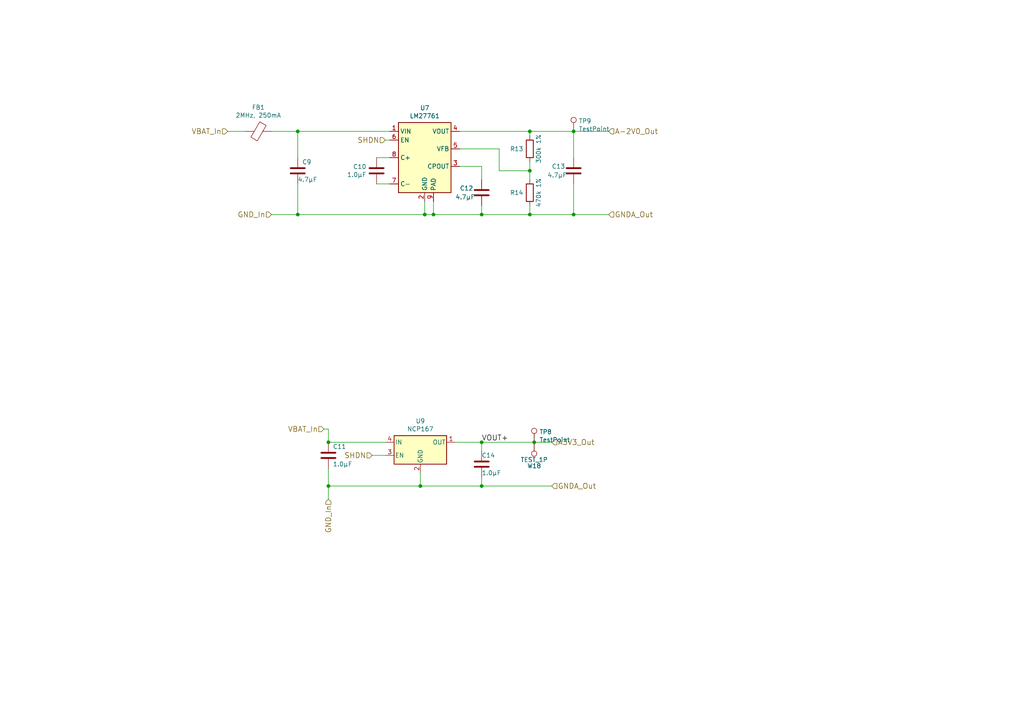
<source format=kicad_sch>
(kicad_sch (version 20231120) (generator "eeschema") (generator_version "8.0")
  (paper "A4")
  (lib_symbols
    (symbol "Connector:TestPoint" (pin_numbers hide) (pin_names (offset 0.762) hide)
      (property "Reference" "TP" (at 0 6.858 0))
      (property "Value" "TestPoint" (at 0 5.08 0))
      (symbol "TestPoint_0_1"
        (circle (center 0 3.302) (radius 0.762))
      )
      (symbol "TestPoint_1_1"
        (pin passive line (at 0 0 90) (length 2.54) (name "1") (number "1"))
      )
    )
    (symbol "Device:C" (pin_numbers hide) (pin_names (offset 0.254))
      (property "Reference" "C" (at 0.635 2.54 0))
      (property "Value" "C" (at 0.635 -2.54 0))
      (symbol "C_0_1"
        (polyline (pts (xy -2.032 -0.762) (xy 2.032 -0.762)) (stroke (width 0.508)))
        (polyline (pts (xy -2.032 0.762) (xy 2.032 0.762)) (stroke (width 0.508)))
      )
      (symbol "C_1_1"
        (pin passive line (at 0 3.81 270) (length 2.794) (name "~") (number "1"))
        (pin passive line (at 0 -3.81 90) (length 2.794) (name "~") (number "2"))
      )
    )
    (symbol "Device:R" (pin_numbers hide) (pin_names (offset 0))
      (property "Reference" "R" (at 2.032 0 90))
      (property "Value" "R" (at 0 0 90))
      (symbol "R_0_1"
        (rectangle (start -1.016 -2.54) (end 1.016 2.54) (stroke (width 0.254)))
      )
      (symbol "R_1_1"
        (pin passive line (at 0 3.81 270) (length 1.27) (name "~") (number "1"))
        (pin passive line (at 0 -3.81 90) (length 1.27) (name "~") (number "2"))
      )
    )
    (symbol "RadIIS_Mainboard-rescue:Ferrite_Bead-Device" (pin_numbers hide) (pin_names (offset 0))
      (property "Reference" "FB" (at -3.81 0.635 90))
      (property "Value" "Ferrite_Bead-Device" (at 3.81 0 90))
      (symbol "Ferrite_Bead-Device_0_1"
        (polyline (pts (xy 0 -1.27) (xy 0 -1.2192)))
        (polyline (pts (xy 0 1.27) (xy 0 1.2954)))
        (polyline (pts (xy -2.7686 0.4064) (xy -1.7018 2.2606) (xy 2.7686 -0.3048) (xy 1.6764 -2.159) (xy -2.7686 0.4064)))
      )
      (symbol "Ferrite_Bead-Device_1_1"
        (pin passive line (at 0 3.81 270) (length 2.54) (name "~") (number "1"))
        (pin passive line (at 0 -3.81 90) (length 2.54) (name "~") (number "2"))
      )
    )
    (symbol "RadIIS_Mainboard:NCP167" (pin_names (offset 0.254))
      (property "Reference" "U" (at -6.35 5.715 0))
      (property "Value" "NCP167" (at 0 5.715 0))
      (symbol "NCP167_0_1"
        (rectangle (start -7.62 -3.81) (end 7.62 4.445) (stroke (width 0.254)) (fill (type background)))
      )
      (symbol "NCP167_1_1"
        (pin power_out line (at 10.16 2.54 180) (length 2.54) (name "OUT") (number "1"))
        (pin power_in line (at 0 -6.35 90) (length 2.54) (name "GND") (number "2"))
        (pin input line (at -10.16 -1.27 0) (length 2.54) (name "EN") (number "3"))
        (pin power_in line (at -10.16 2.54 0) (length 2.54) (name "IN") (number "4"))
        (pin power_in line (at 0 -6.35 90) (length 2.54) hide (name "GND") (number "EPAD"))
      )
    )
    (symbol "Regulator_SwitchedCapacitor:LM27761"
      (property "Reference" "U" (at -6.35 11.43 0))
      (property "Value" "LM27761" (at 3.302 11.43 0))
      (symbol "LM27761_0_1"
        (rectangle (start -7.62 10.16) (end 7.62 -10.16) (stroke (width 0.254)) (fill (type background)))
      )
      (symbol "LM27761_1_1"
        (pin power_in line (at -10.16 7.62 0) (length 2.54) (name "VIN") (number "1"))
        (pin power_in line (at 0 -12.7 90) (length 2.54) (name "GND") (number "2"))
        (pin power_out line (at 10.16 -2.54 180) (length 2.54) (name "CPOUT") (number "3"))
        (pin power_out line (at 10.16 7.62 180) (length 2.54) (name "VOUT") (number "4"))
        (pin input line (at 10.16 2.54 180) (length 2.54) (name "VFB") (number "5"))
        (pin input line (at -10.16 5.08 0) (length 2.54) (name "EN") (number "6"))
        (pin passive line (at -10.16 -7.62 0) (length 2.54) (name "C-") (number "7"))
        (pin passive line (at -10.16 0 0) (length 2.54) (name "C+") (number "8"))
        (pin power_in line (at 2.54 -12.7 90) (length 2.54) (name "PAD") (number "9"))
      )
    )
  )
  (junction (at 166.37 38.1))
  (junction (at 125.73 62.23))
  (junction (at 153.67 38.1))
  (junction (at 154.94 128.27))
  (junction (at 121.92 140.97))
  (junction (at 95.25 140.97))
  (junction (at 86.36 62.23))
  (junction (at 139.7 140.97))
  (junction (at 153.67 49.53))
  (junction (at 153.67 62.23))
  (junction (at 95.25 128.27))
  (junction (at 123.19 62.23))
  (junction (at 166.37 62.23))
  (junction (at 139.7 128.27))
  (junction (at 86.36 38.1))
  (junction (at 139.7 62.23))
  (wire (pts (xy 86.36 45.72) (xy 86.36 38.1)))
  (wire (pts (xy 133.35 48.26) (xy 139.7 48.26)))
  (wire (pts (xy 139.7 138.43) (xy 139.7 140.97)))
  (wire (pts (xy 166.37 45.72) (xy 166.37 38.1)))
  (wire (pts (xy 133.35 43.18) (xy 144.78 43.18)))
  (wire (pts (xy 144.78 43.18) (xy 144.78 49.53)))
  (wire (pts (xy 121.92 140.97) (xy 95.25 140.97)))
  (wire (pts (xy 166.37 53.34) (xy 166.37 62.23)))
  (wire (pts (xy 153.67 38.1) (xy 166.37 38.1)))
  (wire (pts (xy 154.94 128.27) (xy 160.02 128.27)))
  (wire (pts (xy 95.25 128.27) (xy 111.76 128.27)))
  (wire (pts (xy 139.7 128.27) (xy 139.7 130.81)))
  (wire (pts (xy 109.22 45.72) (xy 113.03 45.72)))
  (wire (pts (xy 166.37 62.23) (xy 176.53 62.23)))
  (wire (pts (xy 86.36 62.23) (xy 86.36 53.34)))
  (wire (pts (xy 86.36 62.23) (xy 123.19 62.23)))
  (wire (pts (xy 153.67 62.23) (xy 166.37 62.23)))
  (wire (pts (xy 153.67 49.53) (xy 153.67 46.99)))
  (wire (pts (xy 139.7 59.69) (xy 139.7 62.23)))
  (wire (pts (xy 166.37 38.1) (xy 176.53 38.1)))
  (wire (pts (xy 95.25 124.46) (xy 95.25 128.27)))
  (wire (pts (xy 95.25 140.97) (xy 95.25 144.78)))
  (wire (pts (xy 95.25 135.89) (xy 95.25 140.97)))
  (wire (pts (xy 66.04 38.1) (xy 71.12 38.1)))
  (wire (pts (xy 86.36 38.1) (xy 113.03 38.1)))
  (wire (pts (xy 132.08 128.27) (xy 139.7 128.27)))
  (wire (pts (xy 123.19 58.42) (xy 123.19 62.23)))
  (wire (pts (xy 139.7 52.07) (xy 139.7 48.26)))
  (wire (pts (xy 153.67 39.37) (xy 153.67 38.1)))
  (wire (pts (xy 123.19 62.23) (xy 125.73 62.23)))
  (wire (pts (xy 125.73 58.42) (xy 125.73 62.23)))
  (wire (pts (xy 107.95 132.08) (xy 111.76 132.08)))
  (wire (pts (xy 139.7 128.27) (xy 154.94 128.27)))
  (wire (pts (xy 139.7 62.23) (xy 153.67 62.23)))
  (wire (pts (xy 86.36 62.23) (xy 78.74 62.23)))
  (wire (pts (xy 153.67 49.53) (xy 153.67 52.07)))
  (wire (pts (xy 121.92 140.97) (xy 139.7 140.97)))
  (wire (pts (xy 113.03 40.64) (xy 111.76 40.64)))
  (wire (pts (xy 133.35 38.1) (xy 153.67 38.1)))
  (wire (pts (xy 113.03 53.34) (xy 109.22 53.34)))
  (wire (pts (xy 78.74 38.1) (xy 86.36 38.1)))
  (wire (pts (xy 153.67 59.69) (xy 153.67 62.23)))
  (wire (pts (xy 144.78 49.53) (xy 153.67 49.53)))
  (wire (pts (xy 125.73 62.23) (xy 139.7 62.23)))
  (wire (pts (xy 139.7 140.97) (xy 160.02 140.97)))
  (wire (pts (xy 95.25 124.46) (xy 93.98 124.46)))
  (wire (pts (xy 121.92 140.97) (xy 121.92 137.16)))
  (label "VOUT+" (at 139.7 128.27 0) (effects (font (size 1.524 1.524))))
  (hierarchical_label "VBAT_In" (shape input) (at 66.04 38.1 180) (effects (font (size 1.524 1.524))))
  (hierarchical_label "SHDN" (shape input) (at 107.95 132.08 180) (effects (font (size 1.524 1.524))))
  (hierarchical_label "A-2V0_Out" (shape input) (at 176.53 38.1 0) (effects (font (size 1.524 1.524))))
  (hierarchical_label "A3V3_Out" (shape input) (at 160.02 128.27 0) (effects (font (size 1.524 1.524))))
  (hierarchical_label "GND_In" (shape input) (at 78.74 62.23 180) (effects (font (size 1.524 1.524))))
  (hierarchical_label "GNDA_Out" (shape input) (at 160.02 140.97 0) (effects (font (size 1.524 1.524))))
  (hierarchical_label "GND_In" (shape input) (at 95.25 144.78 270) (effects (font (size 1.524 1.524))))
  (hierarchical_label "SHDN" (shape input) (at 111.76 40.64 180) (effects (font (size 1.524 1.524))))
  (hierarchical_label "GNDA_Out" (shape input) (at 176.53 62.23 0) (effects (font (size 1.524 1.524))))
  (hierarchical_label "VBAT_In" (shape input) (at 93.98 124.46 180) (effects (font (size 1.524 1.524))))
  (symbol (lib_id "Device:C") (at 95.25 132.08 0) (unit 1)
    (property "Reference" "C11" (at 96.52 129.54 0) (effects (justify left)))
    (property "Value" "1.0µF" (at 96.52 134.62 0) (effects (justify left)))
    (property "Footprint" "Capacitor_SMD:C_0805_2012Metric" (effects (hide yes)))
    (property "Digikey Nr" "1276-2931-1-ND" (effects (hide yes)))
    (property "Digikey Price" "0.09" (effects (hide yes)))
  )
  (symbol (lib_id "Device:C") (at 139.7 134.62 0) (unit 1)
    (property "Reference" "C14" (at 139.7 132.08 0) (effects (justify left)))
    (property "Value" "1.0µF" (at 139.7 137.16 0) (effects (justify left)))
    (property "Footprint" "Capacitor_SMD:C_0805_2012Metric" (effects (hide yes)))
    (property "Digikey Nr" "1276-2931-1-ND" (effects (hide yes)))
    (property "Digikey Price" "0.09" (effects (hide yes)))
  )
  (symbol (lib_id "Connector:TestPoint") (at 154.94 128.27 180) (unit 1)
    (property "Reference" "W18" (at 154.94 135.128 0))
    (property "Value" "TEST_1P" (at 154.94 133.35 0))
    (property "Footprint" "Measurement_Points:Measurement_Point_Round-SMD-Pad_Small" (effects (hide yes)))
    (property "Digikey Nr" "NA" (effects (hide yes)))
  )
  (symbol (lib_id "Regulator_SwitchedCapacitor:LM27761") (at 123.19 45.72 0) (unit 1)
    (property "Reference" "U7" (at 123.19 31.3182 0))
    (property "Value" "LM27761" (at 123.19 33.6296 0))
    (property "Footprint" "Package_SON:WSON-8-1EP_2x2mm_P0.5mm_EP0.9x1.6mm" (effects (hide yes)))
    (property "Datasheet" "http://www.ti.com/lit/ds/symlink/lm27761.pdf" (effects (hide yes)))
    (property "Digikey Nr" "296-44379-1-ND" (effects (hide yes)))
    (property "Digikey Price" "1.45" (effects (hide yes)))
  )
  (symbol (lib_id "Device:C") (at 86.36 49.53 0) (unit 1)
    (property "Reference" "C9" (at 87.63 46.99 0) (effects (justify left)))
    (property "Value" "4.7µF" (at 86.36 52.07 0) (effects (justify left)))
    (property "Footprint" "Capacitor_SMD:C_0805_2012Metric" (effects (hide yes)))
    (property "Digikey Nr" "1276-1065-1-ND" (effects (hide yes)))
    (property "Digikey Price" "0.15" (effects (hide yes)))
  )
  (symbol (lib_id "Device:C") (at 139.7 55.88 0) (unit 1)
    (property "Reference" "C12" (at 133.35 54.61 0) (effects (justify left)))
    (property "Value" "4.7µF" (at 132.08 57.15 0) (effects (justify left)))
    (property "Footprint" "Capacitor_SMD:C_0805_2012Metric" (effects (hide yes)))
    (property "Digikey Nr" "1276-1065-1-ND" (effects (hide yes)))
    (property "Digikey Price" "0.15" (effects (hide yes)))
  )
  (symbol (lib_id "Device:C") (at 166.37 49.53 0) (unit 1)
    (property "Reference" "C13" (at 160.02 48.26 0) (effects (justify left)))
    (property "Value" "4.7µF" (at 158.75 50.8 0) (effects (justify left)))
    (property "Footprint" "Capacitor_SMD:C_0805_2012Metric" (effects (hide yes)))
    (property "Digikey Nr" "1276-1065-1-ND" (effects (hide yes)))
    (property "Digikey Price" "0.15" (effects (hide yes)))
  )
  (symbol (lib_id "Device:C") (at 109.22 49.53 0) (unit 1)
    (property "Reference" "C10" (at 106.299 48.3616 0) (effects (justify right)))
    (property "Value" "1.0µF" (at 106.299 50.673 0) (effects (justify right)))
    (property "Footprint" "Capacitor_SMD:C_0805_2012Metric" (effects (hide yes)))
    (property "Digikey Nr" "1276-2931-1-ND" (effects (hide yes)))
    (property "Digikey Price" "0.09" (effects (hide yes)))
  )
  (symbol (lib_id "Device:R") (at 153.67 55.88 180) (unit 1)
    (property "Reference" "R14" (at 149.86 55.88 0))
    (property "Value" "470k 1%" (at 156.21 55.88 90))
    (property "Footprint" "Resistor_SMD:R_0603_1608Metric" (effects (hide yes)))
    (property "Digikey Nr" "311-470KHRCT-ND " (effects (hide yes)))
    (property "Digikey Price" "0.09" (effects (hide yes)))
  )
  (symbol (lib_id "Device:R") (at 153.67 43.18 180) (unit 1)
    (property "Reference" "R13" (at 149.86 43.18 0))
    (property "Value" "300k 1%" (at 156.21 43.18 90))
    (property "Footprint" "Resistor_SMD:R_0603_1608Metric" (effects (hide yes)))
    (property "Digikey Nr" "311-300KHRCT-ND" (effects (hide yes)))
    (property "Digikey Price" "0.09" (effects (hide yes)))
  )
  (symbol (lib_id "RadIIS_Mainboard-rescue:Ferrite_Bead-Device") (at 74.93 38.1 270) (unit 1)
    (property "Reference" "FB1" (at 74.93 31.1404 90))
    (property "Value" "2MHz, 250mA" (at 74.93 33.4518 90))
    (property "Footprint" "Inductor_SMD:L_0603_1608Metric" (effects (hide yes)))
    (property "Datasheet" "https://product.tdk.com/info/en/catalog/datasheets/beads_commercial_power_mpz1608_en.pdf" (effects (hide yes)))
    (property "Digikey Nr" "445-8694-1-ND" (effects (hide yes)))
    (property "Digikey Price" "0.09" (effects (hide yes)))
  )
  (symbol (lib_id "RadIIS_Mainboard:NCP167") (at 121.92 130.81 0) (unit 1)
    (property "Reference" "U9" (at 121.92 122.1232 0))
    (property "Value" "NCP167" (at 121.92 124.4346 0))
    (property "Footprint" "RadIIS_Mainboard:XDFN4" (effects (hide yes)))
    (property "Datasheet" "http://www.onsemi.com/pub/Collateral/NCP167-D.PDF" (effects (hide yes)))
    (property "Comment" "WLCSP4 Footprint has different pinout" (effects (hide yes)))
  )
  (symbol (lib_id "Connector:TestPoint") (at 154.94 128.27 0) (unit 1)
    (property "Reference" "TP8" (at 156.4132 125.2728 0) (effects (justify left)))
    (property "Value" "TestPoint" (at 156.4132 127.5842 0) (effects (justify left)))
    (property "Footprint" "TestPoint:TestPoint_Pad_D1.5mm" (effects (hide yes)))
  )
  (symbol (lib_id "Connector:TestPoint") (at 166.37 38.1 0) (unit 1)
    (property "Reference" "TP9" (at 167.8432 35.1028 0) (effects (justify left)))
    (property "Value" "TestPoint" (at 167.8432 37.4142 0) (effects (justify left)))
    (property "Footprint" "TestPoint:TestPoint_Pad_D1.5mm" (effects (hide yes)))
  )
)
</source>
